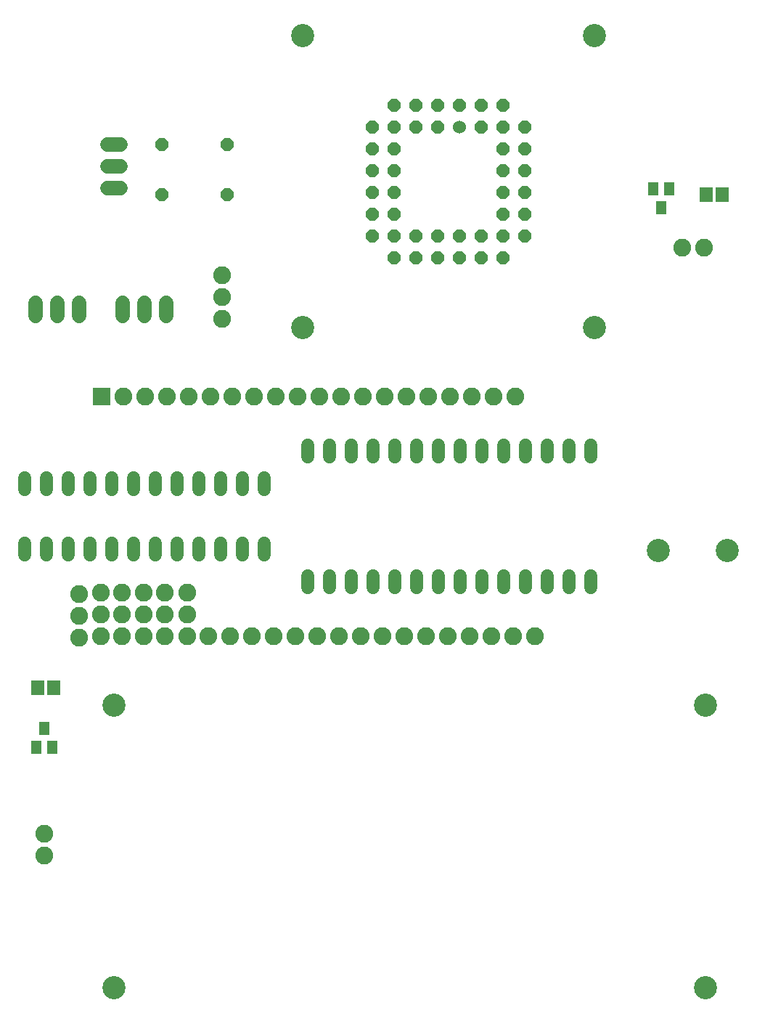
<source format=gts>
G75*
G70*
%OFA0B0*%
%FSLAX24Y24*%
%IPPOS*%
%LPD*%
%AMOC8*
5,1,8,0,0,1.08239X$1,22.5*
%
%ADD10C,0.1064*%
%ADD11C,0.0820*%
%ADD12C,0.0600*%
%ADD13C,0.0600*%
%ADD14OC8,0.0600*%
%ADD15C,0.0680*%
%ADD16R,0.0474X0.0631*%
%ADD17R,0.0592X0.0710*%
%ADD18R,0.0820X0.0820*%
D10*
X005218Y002856D03*
X005218Y015848D03*
X013880Y033171D03*
X013880Y046557D03*
X027265Y046557D03*
X027265Y033171D03*
X030191Y022935D03*
X033387Y022935D03*
X032383Y015848D03*
X032383Y002856D03*
D11*
X024549Y018998D03*
X023549Y018998D03*
X022549Y018998D03*
X021549Y018998D03*
X020549Y018998D03*
X019549Y018998D03*
X018549Y018998D03*
X017549Y018998D03*
X016549Y018998D03*
X015549Y018998D03*
X014549Y018998D03*
X013549Y018998D03*
X012549Y018998D03*
X011549Y018998D03*
X010549Y018998D03*
X009549Y018998D03*
X008569Y018998D03*
X008569Y019998D03*
X008569Y020998D03*
X007553Y020998D03*
X006584Y020998D03*
X006584Y019998D03*
X007553Y019998D03*
X007553Y018998D03*
X006584Y018998D03*
X005569Y018998D03*
X005569Y019998D03*
X005569Y020998D03*
X004600Y020998D03*
X004600Y019998D03*
X004600Y018998D03*
X003600Y018950D03*
X003600Y019950D03*
X003600Y020950D03*
X005628Y030021D03*
X006628Y030021D03*
X007628Y030021D03*
X008628Y030021D03*
X009628Y030021D03*
X010628Y030021D03*
X011628Y030021D03*
X012628Y030021D03*
X013628Y030021D03*
X014628Y030021D03*
X015628Y030021D03*
X016628Y030021D03*
X017628Y030021D03*
X018628Y030021D03*
X019628Y030021D03*
X020628Y030021D03*
X021628Y030021D03*
X022628Y030021D03*
X023628Y030021D03*
X031289Y036844D03*
X032289Y036844D03*
X010163Y035569D03*
X010163Y034569D03*
X010163Y033569D03*
X002009Y009946D03*
X002009Y008946D03*
D12*
X002100Y022746D02*
X002100Y023266D01*
X003100Y023266D02*
X003100Y022746D01*
X004100Y022746D02*
X004100Y023266D01*
X005100Y023266D02*
X005100Y022746D01*
X006100Y022746D02*
X006100Y023266D01*
X007100Y023266D02*
X007100Y022746D01*
X008100Y022746D02*
X008100Y023266D01*
X009100Y023266D02*
X009100Y022746D01*
X010100Y022746D02*
X010100Y023266D01*
X011100Y023266D02*
X011100Y022746D01*
X012100Y022746D02*
X012100Y023266D01*
X012100Y025746D02*
X012100Y026266D01*
X011100Y026266D02*
X011100Y025746D01*
X010100Y025746D02*
X010100Y026266D01*
X009100Y026266D02*
X009100Y025746D01*
X008100Y025746D02*
X008100Y026266D01*
X007100Y026266D02*
X007100Y025746D01*
X006100Y025746D02*
X006100Y026266D01*
X005100Y026266D02*
X005100Y025746D01*
X004100Y025746D02*
X004100Y026266D01*
X003100Y026266D02*
X003100Y025746D01*
X002100Y025746D02*
X002100Y026266D01*
X001100Y026266D02*
X001100Y025746D01*
X001100Y023266D02*
X001100Y022746D01*
X014100Y021766D02*
X014100Y021246D01*
X015100Y021246D02*
X015100Y021766D01*
X016100Y021766D02*
X016100Y021246D01*
X017100Y021246D02*
X017100Y021766D01*
X018100Y021766D02*
X018100Y021246D01*
X019100Y021246D02*
X019100Y021766D01*
X020100Y021766D02*
X020100Y021246D01*
X021100Y021246D02*
X021100Y021766D01*
X022100Y021766D02*
X022100Y021246D01*
X023100Y021246D02*
X023100Y021766D01*
X024100Y021766D02*
X024100Y021246D01*
X025100Y021246D02*
X025100Y021766D01*
X026100Y021766D02*
X026100Y021246D01*
X027100Y021246D02*
X027100Y021766D01*
X027100Y027246D02*
X027100Y027766D01*
X026100Y027766D02*
X026100Y027246D01*
X025100Y027246D02*
X025100Y027766D01*
X024100Y027766D02*
X024100Y027246D01*
X023100Y027246D02*
X023100Y027766D01*
X022100Y027766D02*
X022100Y027246D01*
X021100Y027246D02*
X021100Y027766D01*
X020100Y027766D02*
X020100Y027246D01*
X019100Y027246D02*
X019100Y027766D01*
X018100Y027766D02*
X018100Y027246D01*
X017100Y027246D02*
X017100Y027766D01*
X016100Y027766D02*
X016100Y027246D01*
X015100Y027246D02*
X015100Y027766D01*
X014100Y027766D02*
X014100Y027246D01*
D13*
X021072Y042364D03*
D14*
X020072Y042364D03*
X020072Y043364D03*
X021072Y043364D03*
X022072Y043364D03*
X022072Y042364D03*
X023072Y042364D03*
X023072Y043364D03*
X024072Y042364D03*
X024072Y041364D03*
X024072Y040364D03*
X024072Y039364D03*
X024072Y038364D03*
X024072Y037364D03*
X023072Y037364D03*
X023072Y038364D03*
X023072Y039364D03*
X023072Y040364D03*
X023072Y041364D03*
X022072Y037364D03*
X021072Y037364D03*
X020072Y037364D03*
X019072Y037364D03*
X018072Y037364D03*
X018072Y038364D03*
X018072Y039364D03*
X018072Y040364D03*
X018072Y041364D03*
X018072Y042364D03*
X018072Y043364D03*
X019072Y043364D03*
X019072Y042364D03*
X017072Y042364D03*
X017072Y041364D03*
X017072Y040364D03*
X017072Y039364D03*
X017072Y038364D03*
X017072Y037364D03*
X018072Y036364D03*
X019072Y036364D03*
X020072Y036364D03*
X021072Y036364D03*
X022072Y036364D03*
X023072Y036364D03*
X010419Y039261D03*
X010419Y041580D03*
X007419Y041580D03*
X007419Y039261D03*
D15*
X005506Y039580D02*
X004906Y039580D01*
X004906Y040580D02*
X005506Y040580D01*
X005506Y041580D02*
X004906Y041580D01*
X005600Y034306D02*
X005600Y033706D01*
X006600Y033706D02*
X006600Y034306D01*
X007600Y034306D02*
X007600Y033706D01*
X003600Y033706D02*
X003600Y034306D01*
X002600Y034306D02*
X002600Y033706D01*
X001600Y033706D02*
X001600Y034306D01*
D16*
X002009Y014757D03*
X001635Y013891D03*
X002383Y013891D03*
X029962Y039537D03*
X030710Y039537D03*
X030336Y038671D03*
D17*
X032403Y039273D03*
X033151Y039273D03*
X002443Y016635D03*
X001694Y016635D03*
D18*
X004628Y030021D03*
M02*

</source>
